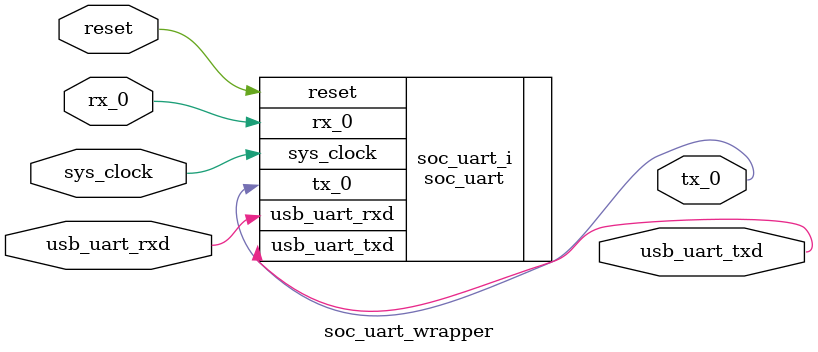
<source format=v>
`timescale 1 ps / 1 ps

module soc_uart_wrapper
   (reset,
    rx_0,
    sys_clock,
    tx_0,
    usb_uart_rxd,
    usb_uart_txd);
  input reset;
  input rx_0;
  input sys_clock;
  output tx_0;
  input usb_uart_rxd;
  output usb_uart_txd;

  wire reset;
  wire rx_0;
  wire sys_clock;
  wire tx_0;
  wire usb_uart_rxd;
  wire usb_uart_txd;

  soc_uart soc_uart_i
       (.reset(reset),
        .rx_0(rx_0),
        .sys_clock(sys_clock),
        .tx_0(tx_0),
        .usb_uart_rxd(usb_uart_rxd),
        .usb_uart_txd(usb_uart_txd));
endmodule

</source>
